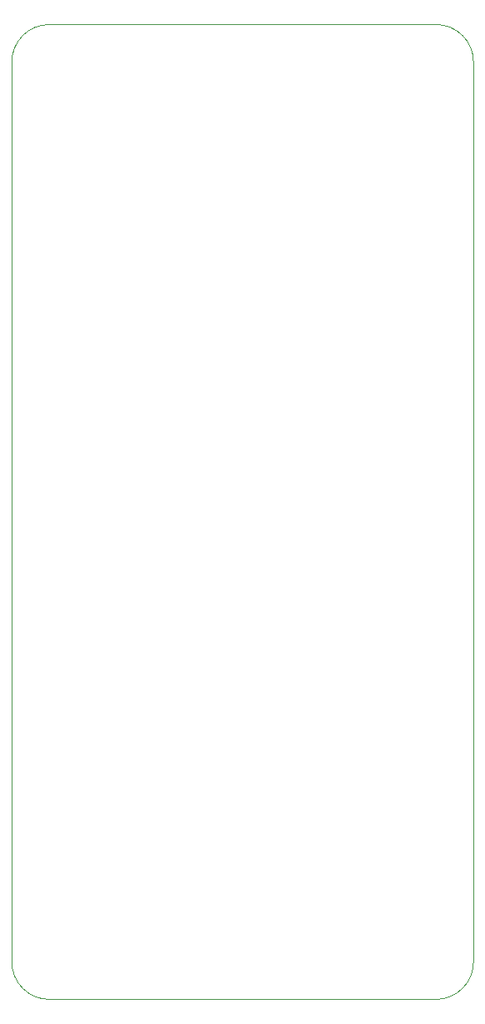
<source format=gm1>
G04 #@! TF.GenerationSoftware,KiCad,Pcbnew,6.0.5+dfsg-1~bpo11+1*
G04 #@! TF.CreationDate,2022-12-29T14:19:14+00:00*
G04 #@! TF.ProjectId,SSI2140_phase_shifter,53534932-3134-4305-9f70-686173655f73,0*
G04 #@! TF.SameCoordinates,Original*
G04 #@! TF.FileFunction,Profile,NP*
%FSLAX46Y46*%
G04 Gerber Fmt 4.6, Leading zero omitted, Abs format (unit mm)*
G04 Created by KiCad (PCBNEW 6.0.5+dfsg-1~bpo11+1) date 2022-12-29 14:19:14*
%MOMM*%
%LPD*%
G01*
G04 APERTURE LIST*
G04 #@! TA.AperFunction,Profile*
%ADD10C,0.050000*%
G04 #@! TD*
G04 APERTURE END LIST*
D10*
X126746000Y-46228000D02*
X166116000Y-46228000D01*
X169926000Y-50038000D02*
G75*
G03*
X166116000Y-46228000I-3810000J0D01*
G01*
X122936000Y-141478000D02*
G75*
G03*
X126746000Y-145288000I3810000J0D01*
G01*
X166116000Y-145288000D02*
G75*
G03*
X169926000Y-141478000I0J3810000D01*
G01*
X126746000Y-46228000D02*
G75*
G03*
X122936000Y-50038000I0J-3810000D01*
G01*
X122936000Y-141478000D02*
X122936000Y-50038000D01*
X169926000Y-50038000D02*
X169926000Y-141478000D01*
X166116000Y-145288000D02*
X126746000Y-145288000D01*
M02*

</source>
